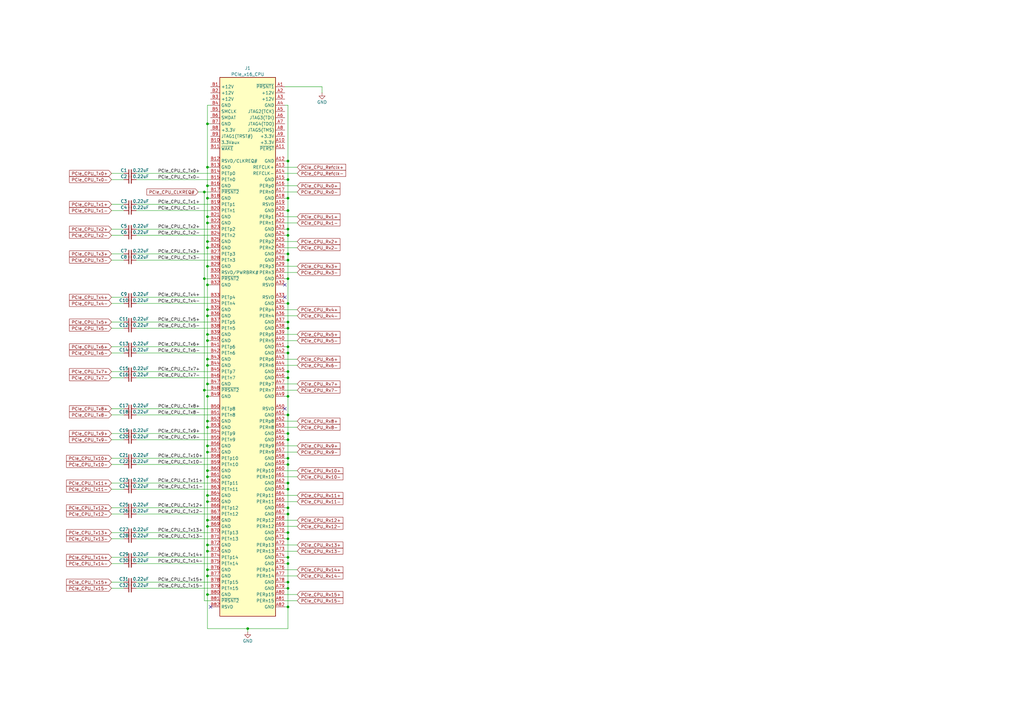
<source format=kicad_sch>
(kicad_sch (version 20250114) (generator "eeschema") (generator_version "9.0")
  (paper "A3")
  (title_block (title "PCIe slots") (company "WifiCable"))
  (lib_symbols
    (symbol "A-my-stuff:PCIe_x16_full"
      (property "Reference" "J1" (at 0 68.58 0))
      (property "Value" "PCIe_x16_CPU" (at 0 66.04 0))
      (symbol "PCIe_x16_full_0_1"
        (rectangle (start -11.43 64.77) (end 11.43 -156.21) (stroke (width 0.254)) (fill (type background)))
      )
      (symbol "PCIe_x16_full_1_1"
        (pin power_in line (at -15.24 60.96 0) (length 3.81) (name "+12V") (number "B1"))
        (pin power_in line (at -15.24 58.42 0) (length 3.81) (name "+12V") (number "B2"))
        (pin power_in line (at -15.24 55.88 0) (length 3.81) (name "+12V") (number "B3"))
        (pin power_in line (at -15.24 53.34 0) (length 3.81) (name "GND") (number "B4"))
        (pin input line (at -15.24 50.8 0) (length 3.81) (name "SMCLK") (number "B5"))
        (pin bidirectional line (at -15.24 48.26 0) (length 3.81) (name "SMDAT") (number "B6"))
        (pin power_in line (at -15.24 45.72 0) (length 3.81) (name "GND") (number "B7"))
        (pin power_in line (at -15.24 43.18 0) (length 3.81) (name "+3.3V") (number "B8"))
        (pin input line (at -15.24 40.64 0) (length 3.81) (name "JTAG1(TRST#)") (number "B9"))
        (pin power_in line (at -15.24 38.1 0) (length 3.81) (name "3.3Vaux") (number "B10"))
        (pin open_collector line (at -15.24 35.56 0) (length 3.81) (name "~{WAKE}") (number "B11"))
        (pin passive line (at -15.24 30.48 0) (length 3.81) (name "RSVD/CLKREQ#") (number "B12"))
        (pin power_in line (at -15.24 27.94 0) (length 3.81) (name "GND") (number "B13"))
        (pin input line (at -15.24 25.4 0) (length 3.81) (name "PETp0") (number "B14"))
        (pin input line (at -15.24 22.86 0) (length 3.81) (name "PETn0") (number "B15"))
        (pin power_in line (at -15.24 20.32 0) (length 3.81) (name "GND") (number "B16"))
        (pin passive line (at -15.24 17.78 0) (length 3.81) (name "~{PRSNT2}") (number "B17"))
        (pin power_in line (at -15.24 15.24 0) (length 3.81) (name "GND") (number "B18"))
        (pin input line (at -15.24 12.7 0) (length 3.81) (name "PETp1") (number "B19"))
        (pin input line (at -15.24 10.16 0) (length 3.81) (name "PETn1") (number "B20"))
        (pin power_in line (at -15.24 7.62 0) (length 3.81) (name "GND") (number "B21"))
        (pin power_in line (at -15.24 5.08 0) (length 3.81) (name "GND") (number "B22"))
        (pin input line (at -15.24 2.54 0) (length 3.81) (name "PETp2") (number "B23"))
        (pin input line (at -15.24 0 0) (length 3.81) (name "PETn2") (number "B24"))
        (pin power_in line (at -15.24 -2.54 0) (length 3.81) (name "GND") (number "B25"))
        (pin power_in line (at -15.24 -5.08 0) (length 3.81) (name "GND") (number "B26"))
        (pin input line (at -15.24 -7.62 0) (length 3.81) (name "PETp3") (number "B27"))
        (pin input line (at -15.24 -10.16 0) (length 3.81) (name "PETn3") (number "B28"))
        (pin power_in line (at -15.24 -12.7 0) (length 3.81) (name "GND") (number "B29"))
        (pin passive line (at -15.24 -15.24 0) (length 3.81) (name "RSVD/PWRBRK#") (number "B30"))
        (pin passive line (at -15.24 -17.78 0) (length 3.81) (name "~{PRSNT2}") (number "B31"))
        (pin power_in line (at -15.24 -20.32 0) (length 3.81) (name "GND") (number "B32"))
        (pin input line (at -15.24 -25.4 0) (length 3.81) (name "PETp4") (number "B33"))
        (pin input line (at -15.24 -27.94 0) (length 3.81) (name "PETn4") (number "B34"))
        (pin power_in line (at -15.24 -30.48 0) (length 3.81) (name "GND") (number "B35"))
        (pin power_in line (at -15.24 -33.02 0) (length 3.81) (name "GND") (number "B36"))
        (pin input line (at -15.24 -35.56 0) (length 3.81) (name "PETp5") (number "B37"))
        (pin input line (at -15.24 -38.1 0) (length 3.81) (name "PETn5") (number "B38"))
        (pin power_in line (at -15.24 -40.64 0) (length 3.81) (name "GND") (number "B39"))
        (pin power_in line (at -15.24 -43.18 0) (length 3.81) (name "GND") (number "B40"))
        (pin input line (at -15.24 -45.72 0) (length 3.81) (name "PETp6") (number "B41"))
        (pin input line (at -15.24 -48.26 0) (length 3.81) (name "PETn6") (number "B42"))
        (pin power_in line (at -15.24 -50.8 0) (length 3.81) (name "GND") (number "B43"))
        (pin power_in line (at -15.24 -53.34 0) (length 3.81) (name "GND") (number "B44"))
        (pin input line (at -15.24 -55.88 0) (length 3.81) (name "PETp7") (number "B45"))
        (pin input line (at -15.24 -58.42 0) (length 3.81) (name "PETn7") (number "B46"))
        (pin power_in line (at -15.24 -60.96 0) (length 3.81) (name "GND") (number "B47"))
        (pin passive line (at -15.24 -63.5 0) (length 3.81) (name "~{PRSNT2}") (number "B48"))
        (pin power_in line (at -15.24 -66.04 0) (length 3.81) (name "GND") (number "B49"))
        (pin input line (at -15.24 -71.12 0) (length 3.81) (name "PETp8") (number "B50"))
        (pin input line (at -15.24 -73.66 0) (length 3.81) (name "PETn8") (number "B51"))
        (pin power_in line (at -15.24 -76.2 0) (length 3.81) (name "GND") (number "B52"))
        (pin power_in line (at -15.24 -78.74 0) (length 3.81) (name "GND") (number "B53"))
        (pin input line (at -15.24 -81.28 0) (length 3.81) (name "PETp9") (number "B54"))
        (pin input line (at -15.24 -83.82 0) (length 3.81) (name "PETn9") (number "B55"))
        (pin power_in line (at -15.24 -86.36 0) (length 3.81) (name "GND") (number "B56"))
        (pin power_in line (at -15.24 -88.9 0) (length 3.81) (name "GND") (number "B57"))
        (pin input line (at -15.24 -91.44 0) (length 3.81) (name "PETp10") (number "B58"))
        (pin input line (at -15.24 -93.98 0) (length 3.81) (name "PETn10") (number "B59"))
        (pin power_in line (at -15.24 -96.52 0) (length 3.81) (name "GND") (number "B60"))
        (pin power_in line (at -15.24 -99.06 0) (length 3.81) (name "GND") (number "B61"))
        (pin input line (at -15.24 -101.6 0) (length 3.81) (name "PETp11") (number "B62"))
        (pin input line (at -15.24 -104.14 0) (length 3.81) (name "PETn11") (number "B63"))
        (pin power_in line (at -15.24 -106.68 0) (length 3.81) (name "GND") (number "B64"))
        (pin power_in line (at -15.24 -109.22 0) (length 3.81) (name "GND") (number "B65"))
        (pin input line (at -15.24 -111.76 0) (length 3.81) (name "PETp12") (number "B66"))
        (pin input line (at -15.24 -114.3 0) (length 3.81) (name "PETn12") (number "B67"))
        (pin power_in line (at -15.24 -116.84 0) (length 3.81) (name "GND") (number "B68"))
        (pin power_in line (at -15.24 -119.38 0) (length 3.81) (name "GND") (number "B69"))
        (pin input line (at -15.24 -121.92 0) (length 3.81) (name "PETp13") (number "B70"))
        (pin input line (at -15.24 -124.46 0) (length 3.81) (name "PETn13") (number "B71"))
        (pin power_in line (at -15.24 -127 0) (length 3.81) (name "GND") (number "B72"))
        (pin power_in line (at -15.24 -129.54 0) (length 3.81) (name "GND") (number "B73"))
        (pin input line (at -15.24 -132.08 0) (length 3.81) (name "PETp14") (number "B74"))
        (pin input line (at -15.24 -134.62 0) (length 3.81) (name "PETn14") (number "B75"))
        (pin power_in line (at -15.24 -137.16 0) (length 3.81) (name "GND") (number "B76"))
        (pin power_in line (at -15.24 -139.7 0) (length 3.81) (name "GND") (number "B77"))
        (pin input line (at -15.24 -142.24 0) (length 3.81) (name "PETp15") (number "B78"))
        (pin input line (at -15.24 -144.78 0) (length 3.81) (name "PETn15") (number "B79"))
        (pin power_in line (at -15.24 -147.32 0) (length 3.81) (name "GND") (number "B80"))
        (pin passive line (at -15.24 -149.86 0) (length 3.81) (name "~{PRSNT2}") (number "B81"))
        (pin passive line (at -15.24 -152.4 0) (length 3.81) (name "RSVD") (number "B82"))
        (pin passive line (at 15.24 60.96 180) (length 3.81) (name "~{PRSNT1}") (number "A1"))
        (pin power_in line (at 15.24 58.42 180) (length 3.81) (name "+12V") (number "A2"))
        (pin power_in line (at 15.24 55.88 180) (length 3.81) (name "+12V") (number "A3"))
        (pin power_in line (at 15.24 53.34 180) (length 3.81) (name "GND") (number "A4"))
        (pin input line (at 15.24 50.8 180) (length 3.81) (name "JTAG2(TCK)") (number "A5"))
        (pin input line (at 15.24 48.26 180) (length 3.81) (name "JTAG3(TDI)") (number "A6"))
        (pin output line (at 15.24 45.72 180) (length 3.81) (name "JTAG4(TDO)") (number "A7"))
        (pin input line (at 15.24 43.18 180) (length 3.81) (name "JTAG5(TMS)") (number "A8"))
        (pin power_in line (at 15.24 40.64 180) (length 3.81) (name "+3.3V") (number "A9"))
        (pin power_in line (at 15.24 38.1 180) (length 3.81) (name "+3.3V") (number "A10"))
        (pin input line (at 15.24 35.56 180) (length 3.81) (name "~{PERST}") (number "A11"))
        (pin power_in line (at 15.24 30.48 180) (length 3.81) (name "GND") (number "A12"))
        (pin input line (at 15.24 27.94 180) (length 3.81) (name "REFCLK+") (number "A13"))
        (pin input line (at 15.24 25.4 180) (length 3.81) (name "REFCLK-") (number "A14"))
        (pin power_in line (at 15.24 22.86 180) (length 3.81) (name "GND") (number "A15"))
        (pin output line (at 15.24 20.32 180) (length 3.81) (name "PERp0") (number "A16"))
        (pin output line (at 15.24 17.78 180) (length 3.81) (name "PERn0") (number "A17"))
        (pin power_in line (at 15.24 15.24 180) (length 3.81) (name "GND") (number "A18"))
        (pin passive line (at 15.24 12.7 180) (length 3.81) (name "RSVD") (number "A19"))
        (pin power_in line (at 15.24 10.16 180) (length 3.81) (name "GND") (number "A20"))
        (pin output line (at 15.24 7.62 180) (length 3.81) (name "PERp1") (number "A21"))
        (pin output line (at 15.24 5.08 180) (length 3.81) (name "PERn1") (number "A22"))
        (pin power_in line (at 15.24 2.54 180) (length 3.81) (name "GND") (number "A23"))
        (pin power_in line (at 15.24 0 180) (length 3.81) (name "GND") (number "A24"))
        (pin output line (at 15.24 -2.54 180) (length 3.81) (name "PERp2") (number "A25"))
        (pin output line (at 15.24 -5.08 180) (length 3.81) (name "PERn2") (number "A26"))
        (pin power_in line (at 15.24 -7.62 180) (length 3.81) (name "GND") (number "A27"))
        (pin power_in line (at 15.24 -10.16 180) (length 3.81) (name "GND") (number "A28"))
        (pin output line (at 15.24 -12.7 180) (length 3.81) (name "PERp3") (number "A29"))
        (pin output line (at 15.24 -15.24 180) (length 3.81) (name "PERn3") (number "A30"))
        (pin power_in line (at 15.24 -17.78 180) (length 3.81) (name "GND") (number "A31"))
        (pin passive line (at 15.24 -20.32 180) (length 3.81) (name "RSVD") (number "A32"))
        (pin passive line (at 15.24 -25.4 180) (length 3.81) (name "RSVD") (number "A33"))
        (pin power_in line (at 15.24 -27.94 180) (length 3.81) (name "GND") (number "A34"))
        (pin output line (at 15.24 -30.48 180) (length 3.81) (name "PERp4") (number "A35"))
        (pin output line (at 15.24 -33.02 180) (length 3.81) (name "PERn4") (number "A36"))
        (pin power_in line (at 15.24 -35.56 180) (length 3.81) (name "GND") (number "A37"))
        (pin power_in line (at 15.24 -38.1 180) (length 3.81) (name "GND") (number "A38"))
        (pin output line (at 15.24 -40.64 180) (length 3.81) (name "PERp5") (number "A39"))
        (pin output line (at 15.24 -43.18 180) (length 3.81) (name "PERn5") (number "A40"))
        (pin power_in line (at 15.24 -45.72 180) (length 3.81) (name "GND") (number "A41"))
        (pin power_in line (at 15.24 -48.26 180) (length 3.81) (name "GND") (number "A42"))
        (pin output line (at 15.24 -50.8 180) (length 3.81) (name "PERp6") (number "A43"))
        (pin output line (at 15.24 -53.34 180) (length 3.81) (name "PERn6") (number "A44"))
        (pin power_in line (at 15.24 -55.88 180) (length 3.81) (name "GND") (number "A45"))
        (pin power_in line (at 15.24 -58.42 180) (length 3.81) (name "GND") (number "A46"))
        (pin output line (at 15.24 -60.96 180) (length 3.81) (name "PERp7") (number "A47"))
        (pin output line (at 15.24 -63.5 180) (length 3.81) (name "PERn7") (number "A48"))
        (pin power_in line (at 15.24 -66.04 180) (length 3.81) (name "GND") (number "A49"))
        (pin passive line (at 15.24 -71.12 180) (length 3.81) (name "RSVD") (number "A50"))
        (pin power_in line (at 15.24 -73.66 180) (length 3.81) (name "GND") (number "A51"))
        (pin output line (at 15.24 -76.2 180) (length 3.81) (name "PERp8") (number "A52"))
        (pin output line (at 15.24 -78.74 180) (length 3.81) (name "PERn8") (number "A53"))
        (pin power_in line (at 15.24 -81.28 180) (length 3.81) (name "GND") (number "A54"))
        (pin power_in line (at 15.24 -83.82 180) (length 3.81) (name "GND") (number "A55"))
        (pin output line (at 15.24 -86.36 180) (length 3.81) (name "PERp9") (number "A56"))
        (pin output line (at 15.24 -88.9 180) (length 3.81) (name "PERn9") (number "A57"))
        (pin power_in line (at 15.24 -91.44 180) (length 3.81) (name "GND") (number "A58"))
        (pin power_in line (at 15.24 -93.98 180) (length 3.81) (name "GND") (number "A59"))
        (pin output line (at 15.24 -96.52 180) (length 3.81) (name "PERp10") (number "A60"))
        (pin output line (at 15.24 -99.06 180) (length 3.81) (name "PERn10") (number "A61"))
        (pin power_in line (at 15.24 -101.6 180) (length 3.81) (name "GND") (number "A62"))
        (pin power_in line (at 15.24 -104.14 180) (length 3.81) (name "GND") (number "A63"))
        (pin output line (at 15.24 -106.68 180) (length 3.81) (name "PERp11") (number "A64"))
        (pin output line (at 15.24 -109.22 180) (length 3.81) (name "PERn11") (number "A65"))
        (pin power_in line (at 15.24 -111.76 180) (length 3.81) (name "GND") (number "A66"))
        (pin power_in line (at 15.24 -114.3 180) (length 3.81) (name "GND") (number "A67"))
        (pin output line (at 15.24 -116.84 180) (length 3.81) (name "PERp12") (number "A68"))
        (pin output line (at 15.24 -119.38 180) (length 3.81) (name "PERn12") (number "A69"))
        (pin power_in line (at 15.24 -121.92 180) (length 3.81) (name "GND") (number "A70"))
        (pin power_in line (at 15.24 -124.46 180) (length 3.81) (name "GND") (number "A71"))
        (pin output line (at 15.24 -127 180) (length 3.81) (name "PERp13") (number "A72"))
        (pin output line (at 15.24 -129.54 180) (length 3.81) (name "PERn13") (number "A73"))
        (pin power_in line (at 15.24 -132.08 180) (length 3.81) (name "GND") (number "A74"))
        (pin power_in line (at 15.24 -134.62 180) (length 3.81) (name "GND") (number "A75"))
        (pin output line (at 15.24 -137.16 180) (length 3.81) (name "PERp14") (number "A76"))
        (pin output line (at 15.24 -139.7 180) (length 3.81) (name "PERn14") (number "A77"))
        (pin power_in line (at 15.24 -142.24 180) (length 3.81) (name "GND") (number "A78"))
        (pin power_in line (at 15.24 -144.78 180) (length 3.81) (name "GND") (number "A79"))
        (pin output line (at 15.24 -147.32 180) (length 3.81) (name "PERp15") (number "A80"))
        (pin output line (at 15.24 -149.86 180) (length 3.81) (name "PERn15") (number "A81"))
        (pin power_in line (at 15.24 -152.4 180) (length 3.81) (name "GND") (number "A82"))
      )
    )
    (symbol "Device:C_Small" (pin_numbers (hide yes)) (pin_names (offset 0.254) (hide yes))
      (property "Reference" "C" (at 0.254 1.778 0))
      (property "Value" "C_Small" (at 0.254 -2.032 0))
      (symbol "C_Small_0_1"
        (polyline (pts (xy -1.524 0.508) (xy 1.524 0.508)) (stroke (width 0.3048)))
        (polyline (pts (xy -1.524 -0.508) (xy 1.524 -0.508)) (stroke (width 0.3302)))
      )
      (symbol "C_Small_1_1"
        (pin passive line (at 0 2.54 270) (length 2.032) (name "~") (number "1"))
        (pin passive line (at 0 -2.54 90) (length 2.032) (name "~") (number "2"))
      )
    )
    (symbol "power:GND" (power) (pin_numbers (hide yes)) (pin_names (offset 0) (hide yes))
      (property "Value" "GND" (at 0 -3.81 0))
      (symbol "GND_0_1"
        (polyline (pts (xy 0 0) (xy 0 -1.27) (xy 1.27 -1.27) (xy 0 -2.54) (xy -1.27 -1.27) (xy 0 -1.27)))
      )
      (symbol "GND_1_1"
        (pin power_in line (at 0 0 270) (length 0) (name "~") (number "1"))
      )
    )
  )
  (junction (at 118.11 73.66))
  (junction (at 118.11 132.08))
  (junction (at 85.09 157.48))
  (junction (at 85.09 149.86))
  (junction (at 118.11 134.62))
  (junction (at 85.09 195.58))
  (junction (at 118.11 124.46))
  (junction (at 118.11 187.96))
  (junction (at 118.11 66.04))
  (junction (at 85.09 68.58))
  (junction (at 118.11 104.14))
  (junction (at 118.11 114.3))
  (junction (at 118.11 241.3))
  (junction (at 118.11 162.56))
  (junction (at 118.11 220.98))
  (junction (at 85.09 236.22))
  (junction (at 85.09 50.8))
  (junction (at 85.09 88.9))
  (junction (at 118.11 210.82))
  (junction (at 85.09 213.36))
  (junction (at 101.6 257.81))
  (junction (at 118.11 198.12))
  (junction (at 85.09 162.56))
  (junction (at 118.11 208.28))
  (junction (at 118.11 190.5))
  (junction (at 118.11 93.98))
  (junction (at 85.09 147.32))
  (junction (at 118.11 86.36))
  (junction (at 118.11 248.92))
  (junction (at 85.09 139.7))
  (junction (at 85.09 223.52))
  (junction (at 118.11 218.44))
  (junction (at 85.09 129.54))
  (junction (at 85.09 205.74))
  (junction (at 85.09 243.84))
  (junction (at 85.09 215.9))
  (junction (at 85.09 76.2))
  (junction (at 85.09 81.28))
  (junction (at 118.11 228.6))
  (junction (at 85.09 175.26))
  (junction (at 85.09 182.88))
  (junction (at 85.09 116.84))
  (junction (at 118.11 154.94))
  (junction (at 118.11 142.24))
  (junction (at 85.09 226.06))
  (junction (at 118.11 177.8))
  (junction (at 83.82 160.02))
  (junction (at 118.11 106.68))
  (junction (at 85.09 185.42))
  (junction (at 118.11 200.66))
  (junction (at 83.82 114.3))
  (junction (at 85.09 233.68))
  (junction (at 85.09 91.44))
  (junction (at 118.11 81.28))
  (junction (at 85.09 109.22))
  (junction (at 118.11 96.52))
  (junction (at 85.09 101.6))
  (junction (at 118.11 231.14))
  (junction (at 118.11 144.78))
  (junction (at 118.11 238.76))
  (junction (at 85.09 137.16))
  (junction (at 85.09 99.06))
  (junction (at 85.09 203.2))
  (junction (at 118.11 152.4))
  (junction (at 118.11 180.34))
  (junction (at 85.09 172.72))
  (junction (at 85.09 127))
  (junction (at 85.09 193.04))
  (junction (at 118.11 170.18))
  (junction (at 83.82 78.74))
  (no_connect (at 116.84 121.92))
  (no_connect (at 116.84 116.84))
  (no_connect (at 86.36 248.92))
  (no_connect (at 116.84 167.64))
  (wire (pts (xy 55.88 220.98) (xy 86.36 220.98)))
  (wire (pts (xy 85.09 147.32) (xy 85.09 149.86)))
  (wire (pts (xy 116.84 218.44) (xy 118.11 218.44)))
  (wire (pts (xy 85.09 50.8) (xy 86.36 50.8)))
  (wire (pts (xy 118.11 200.66) (xy 118.11 208.28)))
  (wire (pts (xy 85.09 205.74) (xy 85.09 213.36)))
  (wire (pts (xy 85.09 243.84) (xy 85.09 257.81)))
  (wire (pts (xy 121.92 71.12) (xy 116.84 71.12)))
  (wire (pts (xy 45.72 71.12) (xy 50.8 71.12)))
  (wire (pts (xy 85.09 175.26) (xy 86.36 175.26)))
  (wire (pts (xy 45.72 167.64) (xy 50.8 167.64)))
  (wire (pts (xy 118.11 190.5) (xy 118.11 198.12)))
  (wire (pts (xy 55.88 83.82) (xy 86.36 83.82)))
  (wire (pts (xy 45.72 220.98) (xy 50.8 220.98)))
  (wire (pts (xy 118.11 238.76) (xy 118.11 241.3)))
  (wire (pts (xy 118.11 220.98) (xy 118.11 228.6)))
  (wire (pts (xy 121.92 243.84) (xy 116.84 243.84)))
  (wire (pts (xy 85.09 203.2) (xy 85.09 205.74)))
  (wire (pts (xy 55.88 71.12) (xy 86.36 71.12)))
  (wire (pts (xy 81.28 78.74) (xy 83.82 78.74)))
  (wire (pts (xy 85.09 76.2) (xy 86.36 76.2)))
  (wire (pts (xy 121.92 195.58) (xy 116.84 195.58)))
  (wire (pts (xy 118.11 124.46) (xy 118.11 132.08)))
  (wire (pts (xy 85.09 68.58) (xy 86.36 68.58)))
  (wire (pts (xy 121.92 78.74) (xy 116.84 78.74)))
  (wire (pts (xy 55.88 121.92) (xy 86.36 121.92)))
  (wire (pts (xy 85.09 127) (xy 85.09 129.54)))
  (wire (pts (xy 116.84 152.4) (xy 118.11 152.4)))
  (wire (pts (xy 116.84 96.52) (xy 118.11 96.52)))
  (wire (pts (xy 118.11 144.78) (xy 118.11 152.4)))
  (wire (pts (xy 121.92 246.38) (xy 116.84 246.38)))
  (wire (pts (xy 116.84 104.14) (xy 118.11 104.14)))
  (wire (pts (xy 55.88 231.14) (xy 86.36 231.14)))
  (wire (pts (xy 45.72 96.52) (xy 50.8 96.52)))
  (wire (pts (xy 118.11 66.04) (xy 118.11 73.66)))
  (wire (pts (xy 55.88 177.8) (xy 86.36 177.8)))
  (wire (pts (xy 116.84 81.28) (xy 118.11 81.28)))
  (wire (pts (xy 85.09 215.9) (xy 86.36 215.9)))
  (wire (pts (xy 118.11 93.98) (xy 118.11 96.52)))
  (wire (pts (xy 121.92 101.6) (xy 116.84 101.6)))
  (wire (pts (xy 118.11 152.4) (xy 118.11 154.94)))
  (wire (pts (xy 85.09 162.56) (xy 85.09 172.72)))
  (wire (pts (xy 85.09 43.18) (xy 86.36 43.18)))
  (wire (pts (xy 45.72 106.68) (xy 50.8 106.68)))
  (wire (pts (xy 121.92 205.74) (xy 116.84 205.74)))
  (wire (pts (xy 85.09 76.2) (xy 85.09 81.28)))
  (wire (pts (xy 116.84 241.3) (xy 118.11 241.3)))
  (wire (pts (xy 118.11 134.62) (xy 118.11 142.24)))
  (wire (pts (xy 55.88 93.98) (xy 86.36 93.98)))
  (wire (pts (xy 45.72 86.36) (xy 50.8 86.36)))
  (wire (pts (xy 45.72 104.14) (xy 50.8 104.14)))
  (wire (pts (xy 45.72 93.98) (xy 50.8 93.98)))
  (wire (pts (xy 118.11 198.12) (xy 118.11 200.66)))
  (wire (pts (xy 45.72 208.28) (xy 50.8 208.28)))
  (wire (pts (xy 85.09 129.54) (xy 86.36 129.54)))
  (wire (pts (xy 116.84 142.24) (xy 118.11 142.24)))
  (wire (pts (xy 85.09 88.9) (xy 85.09 91.44)))
  (wire (pts (xy 85.09 43.18) (xy 85.09 50.8)))
  (wire (pts (xy 83.82 160.02) (xy 86.36 160.02)))
  (wire (pts (xy 85.09 243.84) (xy 86.36 243.84)))
  (wire (pts (xy 118.11 241.3) (xy 118.11 248.92)))
  (wire (pts (xy 121.92 203.2) (xy 116.84 203.2)))
  (wire (pts (xy 85.09 205.74) (xy 86.36 205.74)))
  (wire (pts (xy 85.09 147.32) (xy 86.36 147.32)))
  (wire (pts (xy 121.92 157.48) (xy 116.84 157.48)))
  (wire (pts (xy 45.72 134.62) (xy 50.8 134.62)))
  (wire (pts (xy 121.92 76.2) (xy 116.84 76.2)))
  (wire (pts (xy 118.11 142.24) (xy 118.11 144.78)))
  (wire (pts (xy 85.09 233.68) (xy 85.09 236.22)))
  (wire (pts (xy 101.6 257.81) (xy 118.11 257.81)))
  (wire (pts (xy 45.72 187.96) (xy 50.8 187.96)))
  (wire (pts (xy 85.09 185.42) (xy 86.36 185.42)))
  (wire (pts (xy 85.09 137.16) (xy 85.09 139.7)))
  (wire (pts (xy 55.88 208.28) (xy 86.36 208.28)))
  (wire (pts (xy 121.92 236.22) (xy 116.84 236.22)))
  (wire (pts (xy 55.88 144.78) (xy 86.36 144.78)))
  (wire (pts (xy 118.11 81.28) (xy 118.11 86.36)))
  (wire (pts (xy 83.82 78.74) (xy 86.36 78.74)))
  (wire (pts (xy 85.09 137.16) (xy 86.36 137.16)))
  (wire (pts (xy 118.11 187.96) (xy 118.11 190.5)))
  (wire (pts (xy 121.92 185.42) (xy 116.84 185.42)))
  (wire (pts (xy 121.92 129.54) (xy 116.84 129.54)))
  (wire (pts (xy 116.84 162.56) (xy 118.11 162.56)))
  (wire (pts (xy 83.82 246.38) (xy 86.36 246.38)))
  (wire (pts (xy 85.09 129.54) (xy 85.09 137.16)))
  (wire (pts (xy 118.11 73.66) (xy 118.11 81.28)))
  (wire (pts (xy 132.08 35.56) (xy 132.08 38.1)))
  (wire (pts (xy 85.09 116.84) (xy 85.09 127)))
  (wire (pts (xy 116.84 124.46) (xy 118.11 124.46)))
  (wire (pts (xy 85.09 99.06) (xy 85.09 101.6)))
  (wire (pts (xy 45.72 154.94) (xy 50.8 154.94)))
  (wire (pts (xy 116.84 134.62) (xy 118.11 134.62)))
  (wire (pts (xy 45.72 83.82) (xy 50.8 83.82)))
  (wire (pts (xy 118.11 248.92) (xy 118.11 257.81)))
  (wire (pts (xy 85.09 213.36) (xy 86.36 213.36)))
  (wire (pts (xy 118.11 210.82) (xy 118.11 218.44)))
  (wire (pts (xy 55.88 132.08) (xy 86.36 132.08)))
  (wire (pts (xy 85.09 162.56) (xy 86.36 162.56)))
  (wire (pts (xy 118.11 177.8) (xy 118.11 180.34)))
  (wire (pts (xy 85.09 182.88) (xy 85.09 185.42)))
  (wire (pts (xy 55.88 238.76) (xy 86.36 238.76)))
  (wire (pts (xy 45.72 73.66) (xy 50.8 73.66)))
  (wire (pts (xy 85.09 91.44) (xy 85.09 99.06)))
  (wire (pts (xy 121.92 233.68) (xy 116.84 233.68)))
  (wire (pts (xy 55.88 86.36) (xy 86.36 86.36)))
  (wire (pts (xy 116.84 248.92) (xy 118.11 248.92)))
  (wire (pts (xy 83.82 160.02) (xy 83.82 246.38)))
  (wire (pts (xy 116.84 187.96) (xy 118.11 187.96)))
  (wire (pts (xy 121.92 149.86) (xy 116.84 149.86)))
  (wire (pts (xy 121.92 226.06) (xy 116.84 226.06)))
  (wire (pts (xy 55.88 134.62) (xy 86.36 134.62)))
  (wire (pts (xy 45.72 210.82) (xy 50.8 210.82)))
  (wire (pts (xy 55.88 167.64) (xy 86.36 167.64)))
  (wire (pts (xy 118.11 228.6) (xy 118.11 231.14)))
  (wire (pts (xy 55.88 73.66) (xy 86.36 73.66)))
  (wire (pts (xy 116.84 106.68) (xy 118.11 106.68)))
  (wire (pts (xy 118.11 180.34) (xy 118.11 187.96)))
  (wire (pts (xy 85.09 182.88) (xy 86.36 182.88)))
  (wire (pts (xy 121.92 160.02) (xy 116.84 160.02)))
  (wire (pts (xy 121.92 109.22) (xy 116.84 109.22)))
  (wire (pts (xy 116.84 170.18) (xy 118.11 170.18)))
  (wire (pts (xy 85.09 226.06) (xy 85.09 233.68)))
  (wire (pts (xy 55.88 154.94) (xy 86.36 154.94)))
  (wire (pts (xy 85.09 149.86) (xy 86.36 149.86)))
  (wire (pts (xy 45.72 228.6) (xy 50.8 228.6)))
  (wire (pts (xy 85.09 223.52) (xy 85.09 226.06)))
  (wire (pts (xy 121.92 215.9) (xy 116.84 215.9)))
  (wire (pts (xy 118.11 43.18) (xy 118.11 66.04)))
  (wire (pts (xy 55.88 124.46) (xy 86.36 124.46)))
  (wire (pts (xy 85.09 226.06) (xy 86.36 226.06)))
  (wire (pts (xy 116.84 114.3) (xy 118.11 114.3)))
  (wire (pts (xy 118.11 162.56) (xy 118.11 170.18)))
  (wire (pts (xy 116.84 154.94) (xy 118.11 154.94)))
  (wire (pts (xy 45.72 238.76) (xy 50.8 238.76)))
  (wire (pts (xy 85.09 215.9) (xy 85.09 223.52)))
  (wire (pts (xy 45.72 180.34) (xy 50.8 180.34)))
  (wire (pts (xy 45.72 152.4) (xy 50.8 152.4)))
  (wire (pts (xy 45.72 177.8) (xy 50.8 177.8)))
  (wire (pts (xy 85.09 81.28) (xy 85.09 88.9)))
  (wire (pts (xy 101.6 257.81) (xy 101.6 259.08)))
  (wire (pts (xy 45.72 241.3) (xy 50.8 241.3)))
  (wire (pts (xy 116.84 231.14) (xy 118.11 231.14)))
  (wire (pts (xy 121.92 223.52) (xy 116.84 223.52)))
  (wire (pts (xy 85.09 139.7) (xy 85.09 147.32)))
  (wire (pts (xy 85.09 157.48) (xy 86.36 157.48)))
  (wire (pts (xy 45.72 170.18) (xy 50.8 170.18)))
  (wire (pts (xy 55.88 96.52) (xy 86.36 96.52)))
  (wire (pts (xy 85.09 109.22) (xy 85.09 116.84)))
  (wire (pts (xy 55.88 218.44) (xy 86.36 218.44)))
  (wire (pts (xy 118.11 154.94) (xy 118.11 162.56)))
  (wire (pts (xy 45.72 142.24) (xy 50.8 142.24)))
  (wire (pts (xy 45.72 231.14) (xy 50.8 231.14)))
  (wire (pts (xy 116.84 177.8) (xy 118.11 177.8)))
  (wire (pts (xy 121.92 213.36) (xy 116.84 213.36)))
  (wire (pts (xy 121.92 137.16) (xy 116.84 137.16)))
  (wire (pts (xy 45.72 121.92) (xy 50.8 121.92)))
  (wire (pts (xy 116.84 144.78) (xy 118.11 144.78)))
  (wire (pts (xy 85.09 101.6) (xy 85.09 109.22)))
  (wire (pts (xy 116.84 35.56) (xy 132.08 35.56)))
  (wire (pts (xy 45.72 190.5) (xy 50.8 190.5)))
  (wire (pts (xy 121.92 91.44) (xy 116.84 91.44)))
  (wire (pts (xy 116.84 200.66) (xy 118.11 200.66)))
  (wire (pts (xy 85.09 236.22) (xy 86.36 236.22)))
  (wire (pts (xy 116.84 73.66) (xy 118.11 73.66)))
  (wire (pts (xy 116.84 180.34) (xy 118.11 180.34)))
  (wire (pts (xy 121.92 147.32) (xy 116.84 147.32)))
  (wire (pts (xy 85.09 213.36) (xy 85.09 215.9)))
  (wire (pts (xy 85.09 257.81) (xy 101.6 257.81)))
  (wire (pts (xy 116.84 93.98) (xy 118.11 93.98)))
  (wire (pts (xy 116.84 132.08) (xy 118.11 132.08)))
  (wire (pts (xy 85.09 91.44) (xy 86.36 91.44)))
  (wire (pts (xy 116.84 220.98) (xy 118.11 220.98)))
  (wire (pts (xy 85.09 172.72) (xy 86.36 172.72)))
  (wire (pts (xy 118.11 218.44) (xy 118.11 220.98)))
  (wire (pts (xy 45.72 144.78) (xy 50.8 144.78)))
  (wire (pts (xy 121.92 175.26) (xy 116.84 175.26)))
  (wire (pts (xy 85.09 195.58) (xy 85.09 203.2)))
  (wire (pts (xy 118.11 104.14) (xy 118.11 106.68)))
  (wire (pts (xy 85.09 127) (xy 86.36 127)))
  (wire (pts (xy 121.92 193.04) (xy 116.84 193.04)))
  (wire (pts (xy 45.72 198.12) (xy 50.8 198.12)))
  (wire (pts (xy 45.72 132.08) (xy 50.8 132.08)))
  (wire (pts (xy 45.72 124.46) (xy 50.8 124.46)))
  (wire (pts (xy 121.92 172.72) (xy 116.84 172.72)))
  (wire (pts (xy 55.88 198.12) (xy 86.36 198.12)))
  (wire (pts (xy 118.11 106.68) (xy 118.11 114.3)))
  (wire (pts (xy 118.11 96.52) (xy 118.11 104.14)))
  (wire (pts (xy 85.09 116.84) (xy 86.36 116.84)))
  (wire (pts (xy 85.09 185.42) (xy 85.09 193.04)))
  (wire (pts (xy 121.92 139.7) (xy 116.84 139.7)))
  (wire (pts (xy 116.84 66.04) (xy 118.11 66.04)))
  (wire (pts (xy 85.09 236.22) (xy 85.09 243.84)))
  (wire (pts (xy 121.92 68.58) (xy 116.84 68.58)))
  (wire (pts (xy 45.72 218.44) (xy 50.8 218.44)))
  (wire (pts (xy 55.88 142.24) (xy 86.36 142.24)))
  (wire (pts (xy 116.84 86.36) (xy 118.11 86.36)))
  (wire (pts (xy 116.84 210.82) (xy 118.11 210.82)))
  (wire (pts (xy 85.09 88.9) (xy 86.36 88.9)))
  (wire (pts (xy 55.88 106.68) (xy 86.36 106.68)))
  (wire (pts (xy 55.88 200.66) (xy 86.36 200.66)))
  (wire (pts (xy 121.92 88.9) (xy 116.84 88.9)))
  (wire (pts (xy 116.84 208.28) (xy 118.11 208.28)))
  (wire (pts (xy 85.09 109.22) (xy 86.36 109.22)))
  (wire (pts (xy 118.11 114.3) (xy 118.11 124.46)))
  (wire (pts (xy 116.84 190.5) (xy 118.11 190.5)))
  (wire (pts (xy 85.09 101.6) (xy 86.36 101.6)))
  (wire (pts (xy 85.09 99.06) (xy 86.36 99.06)))
  (wire (pts (xy 85.09 157.48) (xy 85.09 162.56)))
  (wire (pts (xy 85.09 68.58) (xy 85.09 76.2)))
  (wire (pts (xy 118.11 86.36) (xy 118.11 93.98)))
  (wire (pts (xy 85.09 50.8) (xy 85.09 68.58)))
  (wire (pts (xy 55.88 152.4) (xy 86.36 152.4)))
  (wire (pts (xy 121.92 182.88) (xy 116.84 182.88)))
  (wire (pts (xy 116.84 228.6) (xy 118.11 228.6)))
  (wire (pts (xy 85.09 81.28) (xy 86.36 81.28)))
  (wire (pts (xy 85.09 172.72) (xy 85.09 175.26)))
  (wire (pts (xy 116.84 43.18) (xy 118.11 43.18)))
  (wire (pts (xy 118.11 132.08) (xy 118.11 134.62)))
  (wire (pts (xy 85.09 193.04) (xy 86.36 193.04)))
  (wire (pts (xy 85.09 175.26) (xy 85.09 182.88)))
  (wire (pts (xy 85.09 203.2) (xy 86.36 203.2)))
  (wire (pts (xy 55.88 241.3) (xy 86.36 241.3)))
  (wire (pts (xy 121.92 111.76) (xy 116.84 111.76)))
  (wire (pts (xy 116.84 198.12) (xy 118.11 198.12)))
  (wire (pts (xy 85.09 193.04) (xy 85.09 195.58)))
  (wire (pts (xy 55.88 170.18) (xy 86.36 170.18)))
  (wire (pts (xy 118.11 170.18) (xy 118.11 177.8)))
  (wire (pts (xy 118.11 208.28) (xy 118.11 210.82)))
  (wire (pts (xy 85.09 139.7) (xy 86.36 139.7)))
  (wire (pts (xy 83.82 114.3) (xy 83.82 160.02)))
  (wire (pts (xy 85.09 233.68) (xy 86.36 233.68)))
  (wire (pts (xy 116.84 238.76) (xy 118.11 238.76)))
  (wire (pts (xy 45.72 200.66) (xy 50.8 200.66)))
  (wire (pts (xy 121.92 127) (xy 116.84 127)))
  (wire (pts (xy 55.88 210.82) (xy 86.36 210.82)))
  (wire (pts (xy 55.88 187.96) (xy 86.36 187.96)))
  (wire (pts (xy 55.88 180.34) (xy 86.36 180.34)))
  (wire (pts (xy 85.09 149.86) (xy 85.09 157.48)))
  (wire (pts (xy 85.09 195.58) (xy 86.36 195.58)))
  (wire (pts (xy 83.82 114.3) (xy 86.36 114.3)))
  (wire (pts (xy 55.88 190.5) (xy 86.36 190.5)))
  (wire (pts (xy 118.11 231.14) (xy 118.11 238.76)))
  (wire (pts (xy 121.92 99.06) (xy 116.84 99.06)))
  (wire (pts (xy 85.09 223.52) (xy 86.36 223.52)))
  (wire (pts (xy 83.82 78.74) (xy 83.82 114.3)))
  (wire (pts (xy 55.88 104.14) (xy 86.36 104.14)))
  (wire (pts (xy 55.88 228.6) (xy 86.36 228.6)))
  (label "PCIe_CPU_C_Tx4+" (at 64.77 121.92 0))
  (label "PCIe_CPU_C_Tx7-" (at 64.77 154.94 0))
  (label "PCIe_CPU_C_Tx12-" (at 64.77 210.82 0))
  (label "PCIe_CPU_C_Tx1+" (at 64.77 83.82 0))
  (label "PCIe_CPU_C_Tx5-" (at 64.77 134.62 0))
  (label "PCIe_CPU_C_Tx11-" (at 64.77 200.66 0))
  (label "PCIe_CPU_C_Tx13-" (at 64.77 220.98 0))
  (label "PCIe_CPU_C_Tx0+" (at 64.77 71.12 0))
  (label "PCIe_CPU_C_Tx8+" (at 64.77 167.64 0))
  (label "PCIe_CPU_C_Tx6-" (at 64.77 144.78 0))
  (label "PCIe_CPU_C_Tx2+" (at 64.77 93.98 0))
  (label "PCIe_CPU_C_Tx9+" (at 64.77 177.8 0))
  (label "PCIe_CPU_C_Tx1-" (at 64.77 86.36 0))
  (label "PCIe_CPU_C_Tx15+" (at 64.77 238.76 0))
  (label "PCIe_CPU_C_Tx5+" (at 64.77 132.08 0))
  (label "PCIe_CPU_C_Tx15-" (at 64.77 241.3 0))
  (label "PCIe_CPU_C_Tx7+" (at 64.77 152.4 0))
  (label "PCIe_CPU_C_Tx14+" (at 64.77 228.6 0))
  (label "PCIe_CPU_C_Tx10+" (at 64.77 187.96 0))
  (label "PCIe_CPU_C_Tx9-" (at 64.77 180.34 0))
  (label "PCIe_CPU_C_Tx2-" (at 64.77 96.52 0))
  (label "PCIe_CPU_C_Tx14-" (at 64.77 231.14 0))
  (label "PCIe_CPU_C_Tx8-" (at 64.77 170.18 0))
  (label "PCIe_CPU_C_Tx12+" (at 64.77 208.28 0))
  (label "PCIe_CPU_C_Tx10-" (at 64.77 190.5 0))
  (label "PCIe_CPU_C_Tx11+" (at 64.77 198.12 0))
  (label "PCIe_CPU_C_Tx4-" (at 64.77 124.46 0))
  (label "PCIe_CPU_C_Tx3-" (at 64.77 106.68 0))
  (label "PCIe_CPU_C_Tx6+" (at 64.77 142.24 0))
  (label "PCIe_CPU_C_Tx13+" (at 64.77 218.44 0))
  (label "PCIe_CPU_C_Tx3+" (at 64.77 104.14 0))
  (label "PCIe_CPU_C_Tx0-" (at 64.77 73.66 0))
  (global_label "PCIe_CPU_Tx0-" (shape input) (at 45.72 73.66 180) (property "Intersheetrefs" "${INTERSHEET_REFS}" (effects (hide yes))))
  (global_label "PCIe_CPU_Tx10-" (shape input) (at 45.72 190.5 180) (property "Intersheetrefs" "${INTERSHEET_REFS}" (effects (hide yes))))
  (global_label "PCIe_CPU_Rx15+" (shape input) (at 121.92 243.84 0) (property "Intersheetrefs" "${INTERSHEET_REFS}" (effects (hide yes))))
  (global_label "PCIe_CPU_Rx11+" (shape input) (at 121.92 203.2 0) (property "Intersheetrefs" "${INTERSHEET_REFS}" (effects (hide yes))))
  (global_label "PCIe_CPU_Rx10+" (shape input) (at 121.92 193.04 0) (property "Intersheetrefs" "${INTERSHEET_REFS}" (effects (hide yes))))
  (global_label "PCIe_CPU_Tx4-" (shape input) (at 45.72 124.46 180) (property "Intersheetrefs" "${INTERSHEET_REFS}" (effects (hide yes))))
  (global_label "PCIe_CPU_Rx5-" (shape input) (at 121.92 139.7 0) (property "Intersheetrefs" "${INTERSHEET_REFS}" (effects (hide yes))))
  (global_label "PCIe_CPU_Rx9+" (shape input) (at 121.92 182.88 0) (property "Intersheetrefs" "${INTERSHEET_REFS}" (effects (hide yes))))
  (global_label "PCIe_CPU_Tx8-" (shape input) (at 45.72 170.18 180) (property "Intersheetrefs" "${INTERSHEET_REFS}" (effects (hide yes))))
  (global_label "PCIe_CPU_Rx13+" (shape input) (at 121.92 223.52 0) (property "Intersheetrefs" "${INTERSHEET_REFS}" (effects (hide yes))))
  (global_label "PCIe_CPU_Rx8-" (shape input) (at 121.92 175.26 0) (property "Intersheetrefs" "${INTERSHEET_REFS}" (effects (hide yes))))
  (global_label "PCIe_CPU_Tx9-" (shape input) (at 45.72 180.34 180) (property "Intersheetrefs" "${INTERSHEET_REFS}" (effects (hide yes))))
  (global_label "PCIe_CPU_Rx14+" (shape input) (at 121.92 233.68 0) (property "Intersheetrefs" "${INTERSHEET_REFS}" (effects (hide yes))))
  (global_label "PCIe_CPU_Rx4+" (shape input) (at 121.92 127 0) (property "Intersheetrefs" "${INTERSHEET_REFS}" (effects (hide yes))))
  (global_label "PCIe_CPU_Rx7+" (shape input) (at 121.92 157.48 0) (property "Intersheetrefs" "${INTERSHEET_REFS}" (effects (hide yes))))
  (global_label "PCIe_CPU_Rx6-" (shape input) (at 121.92 149.86 0) (property "Intersheetrefs" "${INTERSHEET_REFS}" (effects (hide yes))))
  (global_label "PCIe_CPU_Tx5+" (shape input) (at 45.72 132.08 180) (property "Intersheetrefs" "${INTERSHEET_REFS}" (effects (hide yes))))
  (global_label "PCIe_CPU_Tx7+" (shape input) (at 45.72 152.4 180) (property "Intersheetrefs" "${INTERSHEET_REFS}" (effects (hide yes))))
  (global_label "PCIe_CPU_Tx0+" (shape input) (at 45.72 71.12 180) (property "Intersheetrefs" "${INTERSHEET_REFS}" (effects (hide yes))))
  (global_label "PCIe_CPU_Tx7-" (shape input) (at 45.72 154.94 180) (property "Intersheetrefs" "${INTERSHEET_REFS}" (effects (hide yes))))
  (global_label "PCIe_CPU_Rx2-" (shape input) (at 121.92 101.6 0) (property "Intersheetrefs" "${INTERSHEET_REFS}" (effects (hide yes))))
  (global_label "PCIe_CPU_Rx3+" (shape input) (at 121.92 109.22 0) (property "Intersheetrefs" "${INTERSHEET_REFS}" (effects (hide yes))))
  (global_label "PCIe_CPU_Tx13-" (shape input) (at 45.72 220.98 180) (property "Intersheetrefs" "${INTERSHEET_REFS}" (effects (hide yes))))
  (global_label "PCIe_CPU_Tx15+" (shape input) (at 45.72 238.76 180) (property "Intersheetrefs" "${INTERSHEET_REFS}" (effects (hide yes))))
  (global_label "PCIe_CPU_Rx0-" (shape input) (at 121.92 78.74 0) (property "Intersheetrefs" "${INTERSHEET_REFS}" (effects (hide yes))))
  (global_label "PCIe_CPU_Tx8+" (shape input) (at 45.72 167.64 180) (property "Intersheetrefs" "${INTERSHEET_REFS}" (effects (hide yes))))
  (global_label "PCIe_CPU_Tx15-" (shape input) (at 45.72 241.3 180) (property "Intersheetrefs" "${INTERSHEET_REFS}" (effects (hide yes))))
  (global_label "PCIe_CPU_Rx7-" (shape input) (at 121.92 160.02 0) (property "Intersheetrefs" "${INTERSHEET_REFS}" (effects (hide yes))))
  (global_label "PCIe_CPU_Tx3+" (shape input) (at 45.72 104.14 180) (property "Intersheetrefs" "${INTERSHEET_REFS}" (effects (hide yes))))
  (global_label "PCIe_CPU_Tx14+" (shape input) (at 45.72 228.6 180) (property "Intersheetrefs" "${INTERSHEET_REFS}" (effects (hide yes))))
  (global_label "PCIe_CPU_Rx12+" (shape input) (at 121.92 213.36 0) (property "Intersheetrefs" "${INTERSHEET_REFS}" (effects (hide yes))))
  (global_label "PCIe_CPU_Rx0+" (shape input) (at 121.92 76.2 0) (property "Intersheetrefs" "${INTERSHEET_REFS}" (effects (hide yes))))
  (global_label "PCIe_CPU_Rx8+" (shape input) (at 121.92 172.72 0) (property "Intersheetrefs" "${INTERSHEET_REFS}" (effects (hide yes))))
  (global_label "PCIe_CPU_Rx2+" (shape input) (at 121.92 99.06 0) (property "Intersheetrefs" "${INTERSHEET_REFS}" (effects (hide yes))))
  (global_label "PCIe_CPU_Rx14-" (shape input) (at 121.92 236.22 0) (property "Intersheetrefs" "${INTERSHEET_REFS}" (effects (hide yes))))
  (global_label "PCIe_CPU_Tx14-" (shape input) (at 45.72 231.14 180) (property "Intersheetrefs" "${INTERSHEET_REFS}" (effects (hide yes))))
  (global_label "PCIe_CPU_Tx2+" (shape input) (at 45.72 93.98 180) (property "Intersheetrefs" "${INTERSHEET_REFS}" (effects (hide yes))))
  (global_label "PCIe_CPU_Rx9-" (shape input) (at 121.92 185.42 0) (property "Intersheetrefs" "${INTERSHEET_REFS}" (effects (hide yes))))
  (global_label "PCIe_CPU_Rx15-" (shape input) (at 121.92 246.38 0) (property "Intersheetrefs" "${INTERSHEET_REFS}" (effects (hide yes))))
  (global_label "PCIe_CPU_Tx11-" (shape input) (at 45.72 200.66 180) (property "Intersheetrefs" "${INTERSHEET_REFS}" (effects (hide yes))))
  (global_label "PCIe_CPU_Tx12-" (shape input) (at 45.72 210.82 180) (property "Intersheetrefs" "${INTERSHEET_REFS}" (effects (hide yes))))
  (global_label "PCIe_CPU_Rx1-" (shape input) (at 121.92 91.44 0) (property "Intersheetrefs" "${INTERSHEET_REFS}" (effects (hide yes))))
  (global_label "PCIe_CPU_Tx9+" (shape input) (at 45.72 177.8 180) (property "Intersheetrefs" "${INTERSHEET_REFS}" (effects (hide yes))))
  (global_label "PCIe_CPU_Tx12+" (shape input) (at 45.72 208.28 180) (property "Intersheetrefs" "${INTERSHEET_REFS}" (effects (hide yes))))
  (global_label "PCIe_CPU_Tx10+" (shape input) (at 45.72 187.96 180) (property "Intersheetrefs" "${INTERSHEET_REFS}" (effects (hide yes))))
  (global_label "PCIe_CPU_Rx5+" (shape input) (at 121.92 137.16 0) (property "Intersheetrefs" "${INTERSHEET_REFS}" (effects (hide yes))))
  (global_label "PCIe_CPU_Rx6+" (shape input) (at 121.92 147.32 0) (property "Intersheetrefs" "${INTERSHEET_REFS}" (effects (hide yes))))
  (global_label "PCIe_CPU_Rx10-" (shape input) (at 121.92 195.58 0) (property "Intersheetrefs" "${INTERSHEET_REFS}" (effects (hide yes))))
  (global_label "PCIe_CPU_Tx2-" (shape input) (at 45.72 96.52 180) (property "Intersheetrefs" "${INTERSHEET_REFS}" (effects (hide yes))))
  (global_label "PCIe_CPU_Tx5-" (shape input) (at 45.72 134.62 180) (property "Intersheetrefs" "${INTERSHEET_REFS}" (effects (hide yes))))
  (global_label "PCIe_CPU_Rx13-" (shape input) (at 121.92 226.06 0) (property "Intersheetrefs" "${INTERSHEET_REFS}" (effects (hide yes))))
  (global_label "PCIe_CPU_Tx3-" (shape input) (at 45.72 106.68 180) (property "Intersheetrefs" "${INTERSHEET_REFS}" (effects (hide yes))))
  (global_label "PCIe_CPU_Refclk-" (shape input) (at 121.92 71.12 0) (property "Intersheetrefs" "${INTERSHEET_REFS}" (effects (hide yes))))
  (global_label "PCIe_CPU_Rx1+" (shape input) (at 121.92 88.9 0) (property "Intersheetrefs" "${INTERSHEET_REFS}" (effects (hide yes))))
  (global_label "PCIe_CPU_Refclk+" (shape input) (at 121.92 68.58 0) (property "Intersheetrefs" "${INTERSHEET_REFS}" (effects (hide yes))))
  (global_label "PCIe_CPU_Rx11-" (shape input) (at 121.92 205.74 0) (property "Intersheetrefs" "${INTERSHEET_REFS}" (effects (hide yes))))
  (global_label "PCIe_CPU_CLKREQ#" (shape input) (at 81.28 78.74 180) (property "Intersheetrefs" "${INTERSHEET_REFS}" (effects (hide yes))))
  (global_label "PCIe_CPU_Tx6+" (shape input) (at 45.72 142.24 180) (property "Intersheetrefs" "${INTERSHEET_REFS}" (effects (hide yes))))
  (global_label "PCIe_CPU_Tx4+" (shape input) (at 45.72 121.92 180) (property "Intersheetrefs" "${INTERSHEET_REFS}" (effects (hide yes))))
  (global_label "PCIe_CPU_Rx3-" (shape input) (at 121.92 111.76 0) (property "Intersheetrefs" "${INTERSHEET_REFS}" (effects (hide yes))))
  (global_label "PCIe_CPU_Tx13+" (shape input) (at 45.72 218.44 180) (property "Intersheetrefs" "${INTERSHEET_REFS}" (effects (hide yes))))
  (global_label "PCIe_CPU_Rx12-" (shape input) (at 121.92 215.9 0) (property "Intersheetrefs" "${INTERSHEET_REFS}" (effects (hide yes))))
  (global_label "PCIe_CPU_Tx1-" (shape input) (at 45.72 86.36 180) (property "Intersheetrefs" "${INTERSHEET_REFS}" (effects (hide yes))))
  (global_label "PCIe_CPU_Tx11+" (shape input) (at 45.72 198.12 180) (property "Intersheetrefs" "${INTERSHEET_REFS}" (effects (hide yes))))
  (global_label "PCIe_CPU_Rx4-" (shape input) (at 121.92 129.54 0) (property "Intersheetrefs" "${INTERSHEET_REFS}" (effects (hide yes))))
  (global_label "PCIe_CPU_Tx6-" (shape input) (at 45.72 144.78 180) (property "Intersheetrefs" "${INTERSHEET_REFS}" (effects (hide yes))))
  (global_label "PCIe_CPU_Tx1+" (shape input) (at 45.72 83.82 180) (property "Intersheetrefs" "${INTERSHEET_REFS}" (effects (hide yes))))
  (symbol (lib_id "Device:C_Small") (at 53.34 220.98 90) (unit 1)
    (property "Reference" "C28" (at 50.8 219.71 90))
    (property "Value" "0.22uF" (at 57.785 219.71 90))
    (property "Footprint" "Capacitor_SMD:C_0402_1005Metric" (effects (hide yes)))
    (property "Description" "Unpolarized capacitor, small symbol" (effects (hide yes)))
  )
  (symbol (lib_id "Device:C_Small") (at 53.34 106.68 90) (unit 1)
    (property "Reference" "C8" (at 50.8 105.41 90))
    (property "Value" "0.22uF" (at 57.785 105.41 90))
    (property "Footprint" "Capacitor_SMD:C_0402_1005Metric" (effects (hide yes)))
    (property "Description" "Unpolarized capacitor, small symbol" (effects (hide yes)))
  )
  (symbol (lib_id "Device:C_Small") (at 53.34 121.92 90) (unit 1)
    (property "Reference" "C9" (at 50.8 120.65 90))
    (property "Value" "0.22uF" (at 57.785 120.65 90))
    (property "Footprint" "Capacitor_SMD:C_0402_1005Metric" (effects (hide yes)))
    (property "Description" "Unpolarized capacitor, small symbol" (effects (hide yes)))
  )
  (symbol (lib_id "Device:C_Small") (at 53.34 218.44 90) (unit 1)
    (property "Reference" "C27" (at 50.8 217.17 90))
    (property "Value" "0.22uF" (at 57.785 217.17 90))
    (property "Footprint" "Capacitor_SMD:C_0402_1005Metric" (effects (hide yes)))
    (property "Description" "Unpolarized capacitor, small symbol" (effects (hide yes)))
  )
  (symbol (lib_id "Device:C_Small") (at 53.34 154.94 90) (unit 1)
    (property "Reference" "C16" (at 50.8 153.67 90))
    (property "Value" "0.22uF" (at 57.785 153.67 90))
    (property "Footprint" "Capacitor_SMD:C_0402_1005Metric" (effects (hide yes)))
    (property "Description" "Unpolarized capacitor, small symbol" (effects (hide yes)))
  )
  (symbol (lib_id "Device:C_Small") (at 53.34 208.28 90) (unit 1)
    (property "Reference" "C25" (at 50.8 207.01 90))
    (property "Value" "0.22uF" (at 57.785 207.01 90))
    (property "Footprint" "Capacitor_SMD:C_0402_1005Metric" (effects (hide yes)))
    (property "Description" "Unpolarized capacitor, small symbol" (effects (hide yes)))
  )
  (symbol (lib_id "Device:C_Small") (at 53.34 170.18 90) (unit 1)
    (property "Reference" "C18" (at 50.8 168.91 90))
    (property "Value" "0.22uF" (at 57.785 168.91 90))
    (property "Footprint" "Capacitor_SMD:C_0402_1005Metric" (effects (hide yes)))
    (property "Description" "Unpolarized capacitor, small symbol" (effects (hide yes)))
  )
  (symbol (lib_id "Device:C_Small") (at 53.34 96.52 90) (unit 1)
    (property "Reference" "C6" (at 50.8 95.25 90))
    (property "Value" "0.22uF" (at 57.785 95.25 90))
    (property "Footprint" "Capacitor_SMD:C_0402_1005Metric" (effects (hide yes)))
    (property "Description" "Unpolarized capacitor, small symbol" (effects (hide yes)))
  )
  (symbol (lib_id "power:GND") (at 132.08 38.1 0) (unit 1)
    (property "Reference" "#PWR010" (effects (hide yes)))
    (property "Value" "GND" (at 132.08 41.91 0))
    (property "Description" "Power symbol creates a global label with name \"GND\" , ground" (effects (hide yes)))
  )
  (symbol (lib_id "Device:C_Small") (at 53.34 132.08 90) (unit 1)
    (property "Reference" "C11" (at 50.8 130.81 90))
    (property "Value" "0.22uF" (at 57.785 130.81 90))
    (property "Footprint" "Capacitor_SMD:C_0402_1005Metric" (effects (hide yes)))
    (property "Description" "Unpolarized capacitor, small symbol" (effects (hide yes)))
  )
  (symbol (lib_id "Device:C_Small") (at 53.34 71.12 90) (unit 1)
    (property "Reference" "C1" (at 50.8 69.85 90))
    (property "Value" "0.22uF" (at 57.785 69.85 90))
    (property "Footprint" "Capacitor_SMD:C_0402_1005Metric" (effects (hide yes)))
    (property "Description" "Unpolarized capacitor, small symbol" (effects (hide yes)))
  )
  (symbol (lib_id "Device:C_Small") (at 53.34 93.98 90) (unit 1)
    (property "Reference" "C5" (at 50.8 92.71 90))
    (property "Value" "0.22uF" (at 57.785 92.71 90))
    (property "Footprint" "Capacitor_SMD:C_0402_1005Metric" (effects (hide yes)))
    (property "Description" "Unpolarized capacitor, small symbol" (effects (hide yes)))
  )
  (symbol (lib_id "Device:C_Small") (at 53.34 177.8 90) (unit 1)
    (property "Reference" "C19" (at 50.8 176.53 90))
    (property "Value" "0.22uF" (at 57.785 176.53 90))
    (property "Footprint" "Capacitor_SMD:C_0402_1005Metric" (effects (hide yes)))
    (property "Description" "Unpolarized capacitor, small symbol" (effects (hide yes)))
  )
  (symbol (lib_id "Device:C_Small") (at 53.34 180.34 90) (unit 1)
    (property "Reference" "C20" (at 50.8 179.07 90))
    (property "Value" "0.22uF" (at 57.785 179.07 90))
    (property "Footprint" "Capacitor_SMD:C_0402_1005Metric" (effects (hide yes)))
    (property "Description" "Unpolarized capacitor, small symbol" (effects (hide yes)))
  )
  (symbol (lib_id "Device:C_Small") (at 53.34 198.12 90) (unit 1)
    (property "Reference" "C23" (at 50.8 196.85 90))
    (property "Value" "0.22uF" (at 57.785 196.85 90))
    (property "Footprint" "Capacitor_SMD:C_0402_1005Metric" (effects (hide yes)))
    (property "Description" "Unpolarized capacitor, small symbol" (effects (hide yes)))
  )
  (symbol (lib_id "Device:C_Small") (at 53.34 228.6 90) (unit 1)
    (property "Reference" "C29" (at 50.8 227.33 90))
    (property "Value" "0.22uF" (at 57.785 227.33 90))
    (property "Footprint" "Capacitor_SMD:C_0402_1005Metric" (effects (hide yes)))
    (property "Description" "Unpolarized capacitor, small symbol" (effects (hide yes)))
  )
  (symbol (lib_id "Device:C_Small") (at 53.34 152.4 90) (unit 1)
    (property "Reference" "C15" (at 50.8 151.13 90))
    (property "Value" "0.22uF" (at 57.785 151.13 90))
    (property "Footprint" "Capacitor_SMD:C_0402_1005Metric" (effects (hide yes)))
    (property "Description" "Unpolarized capacitor, small symbol" (effects (hide yes)))
  )
  (symbol (lib_id "Device:C_Small") (at 53.34 144.78 90) (unit 1)
    (property "Reference" "C14" (at 50.8 143.51 90))
    (property "Value" "0.22uF" (at 57.785 143.51 90))
    (property "Footprint" "Capacitor_SMD:C_0402_1005Metric" (effects (hide yes)))
    (property "Description" "Unpolarized capacitor, small symbol" (effects (hide yes)))
  )
  (symbol (lib_id "Device:C_Small") (at 53.34 200.66 90) (unit 1)
    (property "Reference" "C24" (at 50.8 199.39 90))
    (property "Value" "0.22uF" (at 57.785 199.39 90))
    (property "Footprint" "Capacitor_SMD:C_0402_1005Metric" (effects (hide yes)))
    (property "Description" "Unpolarized capacitor, small symbol" (effects (hide yes)))
  )
  (symbol (lib_id "power:GND") (at 101.6 259.08 0) (unit 1)
    (property "Reference" "#PWR09" (effects (hide yes)))
    (property "Value" "GND" (at 101.6 262.89 0))
    (property "Description" "Power symbol creates a global label with name \"GND\" , ground" (effects (hide yes)))
  )
  (symbol (lib_id "Device:C_Small") (at 53.34 104.14 90) (unit 1)
    (property "Reference" "C7" (at 50.8 102.87 90))
    (property "Value" "0.22uF" (at 57.785 102.87 90))
    (property "Footprint" "Capacitor_SMD:C_0402_1005Metric" (effects (hide yes)))
    (property "Description" "Unpolarized capacitor, small symbol" (effects (hide yes)))
  )
  (symbol (lib_id "Device:C_Small") (at 53.34 124.46 90) (unit 1)
    (property "Reference" "C10" (at 50.8 123.19 90))
    (property "Value" "0.22uF" (at 57.785 123.19 90))
    (property "Footprint" "Capacitor_SMD:C_0402_1005Metric" (effects (hide yes)))
    (property "Description" "Unpolarized capacitor, small symbol" (effects (hide yes)))
  )
  (symbol (lib_id "Device:C_Small") (at 53.34 241.3 90) (unit 1)
    (property "Reference" "C32" (at 50.8 240.03 90))
    (property "Value" "0.22uF" (at 57.785 240.03 90))
    (property "Footprint" "Capacitor_SMD:C_0402_1005Metric" (effects (hide yes)))
    (property "Description" "Unpolarized capacitor, small symbol" (effects (hide yes)))
  )
  (symbol (lib_id "Device:C_Small") (at 53.34 86.36 90) (unit 1)
    (property "Reference" "C4" (at 50.8 85.09 90))
    (property "Value" "0.22uF" (at 57.785 85.09 90))
    (property "Footprint" "Capacitor_SMD:C_0402_1005Metric" (effects (hide yes)))
    (property "Description" "Unpolarized capacitor, small symbol" (effects (hide yes)))
  )
  (symbol (lib_id "Device:C_Small") (at 53.34 134.62 90) (unit 1)
    (property "Reference" "C12" (at 50.8 133.35 90))
    (property "Value" "0.22uF" (at 57.785 133.35 90))
    (property "Footprint" "Capacitor_SMD:C_0402_1005Metric" (effects (hide yes)))
    (property "Description" "Unpolarized capacitor, small symbol" (effects (hide yes)))
  )
  (symbol (lib_id "Device:C_Small") (at 53.34 142.24 90) (unit 1)
    (property "Reference" "C13" (at 50.8 140.97 90))
    (property "Value" "0.22uF" (at 57.785 140.97 90))
    (property "Footprint" "Capacitor_SMD:C_0402_1005Metric" (effects (hide yes)))
    (property "Description" "Unpolarized capacitor, small symbol" (effects (hide yes)))
  )
  (symbol (lib_id "A-my-stuff:PCIe_x16_full") (at 101.6 96.52 0) (unit 1)
    (property "Reference" "J1" (at 101.6 27.94 0))
    (property "Value" "PCIe_x16_CPU" (at 101.6 30.48 0))
    (property "Footprint" "A-my-stuff:PCIe_x16_tht_smallholes" (effects (hide yes)))
    (property "Description" "PCIe x16 full symbol" (effects (hide yes)))
  )
  (symbol (lib_id "Device:C_Small") (at 53.34 238.76 90) (unit 1)
    (property "Reference" "C31" (at 50.8 237.49 90))
    (property "Value" "0.22uF" (at 57.785 237.49 90))
    (property "Footprint" "Capacitor_SMD:C_0402_1005Metric" (effects (hide yes)))
    (property "Description" "Unpolarized capacitor, small symbol" (effects (hide yes)))
  )
  (symbol (lib_id "Device:C_Small") (at 53.34 190.5 90) (unit 1)
    (property "Reference" "C22" (at 50.8 189.23 90))
    (property "Value" "0.22uF" (at 57.785 189.23 90))
    (property "Footprint" "Capacitor_SMD:C_0402_1005Metric" (effects (hide yes)))
    (property "Description" "Unpolarized capacitor, small symbol" (effects (hide yes)))
  )
  (symbol (lib_id "Device:C_Small") (at 53.34 83.82 90) (unit 1)
    (property "Reference" "C3" (at 50.8 82.55 90))
    (property "Value" "0.22uF" (at 57.785 82.55 90))
    (property "Footprint" "Capacitor_SMD:C_0402_1005Metric" (effects (hide yes)))
    (property "Description" "Unpolarized capacitor, small symbol" (effects (hide yes)))
  )
  (symbol (lib_id "Device:C_Small") (at 53.34 73.66 90) (unit 1)
    (property "Reference" "C2" (at 50.8 72.39 90))
    (property "Value" "0.22uF" (at 57.785 72.39 90))
    (property "Footprint" "Capacitor_SMD:C_0402_1005Metric" (effects (hide yes)))
    (property "Description" "Unpolarized capacitor, small symbol" (effects (hide yes)))
  )
  (symbol (lib_id "Device:C_Small") (at 53.34 210.82 90) (unit 1)
    (property "Reference" "C26" (at 50.8 209.55 90))
    (property "Value" "0.22uF" (at 57.785 209.55 90))
    (property "Footprint" "Capacitor_SMD:C_0402_1005Metric" (effects (hide yes)))
    (property "Description" "Unpolarized capacitor, small symbol" (effects (hide yes)))
  )
  (symbol (lib_id "Device:C_Small") (at 53.34 187.96 90) (unit 1)
    (property "Reference" "C21" (at 50.8 186.69 90))
    (property "Value" "0.22uF" (at 57.785 186.69 90))
    (property "Footprint" "Capacitor_SMD:C_0402_1005Metric" (effects (hide yes)))
    (property "Description" "Unpolarized capacitor, small symbol" (effects (hide yes)))
  )
  (symbol (lib_id "Device:C_Small") (at 53.34 167.64 90) (unit 1)
    (property "Reference" "C17" (at 50.8 166.37 90))
    (property "Value" "0.22uF" (at 57.785 166.37 90))
    (property "Footprint" "Capacitor_SMD:C_0402_1005Metric" (effects (hide yes)))
    (property "Description" "Unpolarized capacitor, small symbol" (effects (hide yes)))
  )
  (symbol (lib_id "Device:C_Small") (at 53.34 231.14 90) (unit 1)
    (property "Reference" "C30" (at 50.8 229.87 90))
    (property "Value" "0.22uF" (at 57.785 229.87 90))
    (property "Footprint" "Capacitor_SMD:C_0402_1005Metric" (effects (hide yes)))
    (property "Description" "Unpolarized capacitor, small symbol" (effects (hide yes)))
  )
)
</source>
